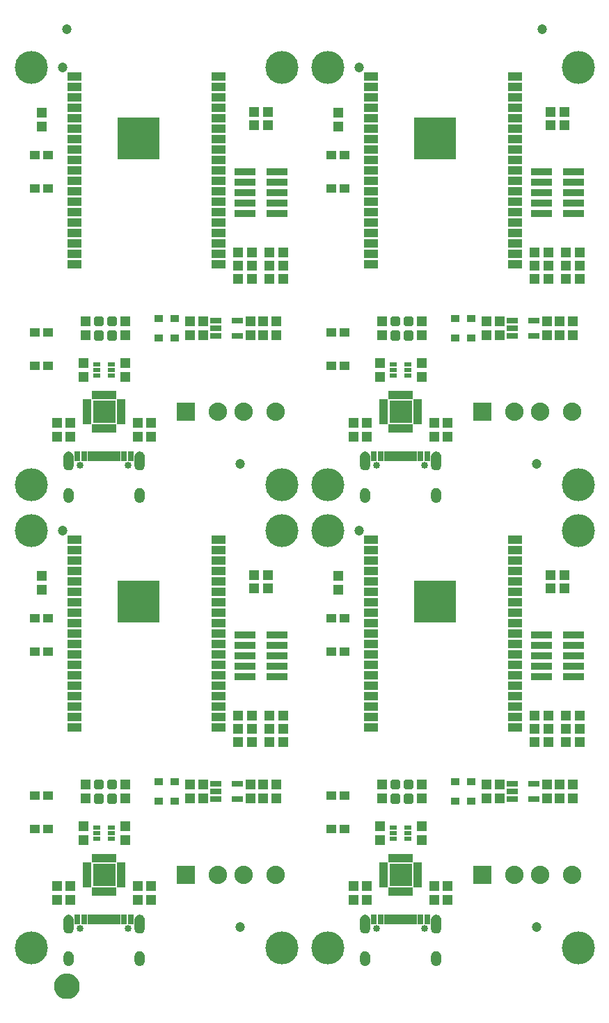
<source format=gts>
G04 EAGLE Gerber RS-274X export*
G75*
%MOMM*%
%FSLAX34Y34*%
%LPD*%
%INSoldermask Top*%
%IPPOS*%
%AMOC8*
5,1,8,0,0,1.08239X$1,22.5*%
G01*
%ADD10R,1.703200X1.103200*%
%ADD11R,5.203200X5.203200*%
%ADD12R,1.203200X1.303200*%
%ADD13R,1.303200X1.203200*%
%ADD14C,0.505344*%
%ADD15R,1.203200X1.103200*%
%ADD16R,0.503200X1.203200*%
%ADD17R,0.803200X1.203200*%
%ADD18C,0.853200*%
%ADD19R,1.403200X0.753200*%
%ADD20R,1.033200X0.833200*%
%ADD21R,2.603200X0.963200*%
%ADD22R,0.863200X0.503200*%
%ADD23R,1.053200X0.503200*%
%ADD24R,0.503200X1.053200*%
%ADD25R,2.753200X2.753200*%
%ADD26C,4.013200*%
%ADD27C,1.203200*%
%ADD28R,2.235200X2.235200*%
%ADD29C,2.235200*%
%ADD30C,1.270000*%
%ADD31C,1.703200*%

G36*
X519464Y606763D02*
X519464Y606763D01*
X519470Y606769D01*
X519475Y606765D01*
X520705Y607130D01*
X520710Y607137D01*
X520715Y607135D01*
X521834Y607765D01*
X521837Y607772D01*
X521843Y607771D01*
X522793Y608634D01*
X522794Y608642D01*
X522800Y608642D01*
X523534Y609695D01*
X523534Y609703D01*
X523539Y609705D01*
X524021Y610895D01*
X524019Y610900D01*
X524023Y610903D01*
X524022Y610904D01*
X524024Y610905D01*
X524229Y612172D01*
X524226Y612177D01*
X524229Y612180D01*
X524229Y624180D01*
X524226Y624184D01*
X524229Y624187D01*
X524074Y625309D01*
X524069Y625314D01*
X524072Y625318D01*
X523701Y626389D01*
X523695Y626393D01*
X523697Y626398D01*
X523124Y627375D01*
X523118Y627378D01*
X523119Y627383D01*
X522366Y628230D01*
X522359Y628232D01*
X522359Y628237D01*
X521456Y628921D01*
X521449Y628921D01*
X521448Y628926D01*
X520429Y629421D01*
X520422Y629419D01*
X520420Y629424D01*
X519323Y629711D01*
X519317Y629708D01*
X519314Y629712D01*
X518183Y629779D01*
X518177Y629779D01*
X517046Y629712D01*
X517041Y629707D01*
X517037Y629711D01*
X515940Y629424D01*
X515936Y629418D01*
X515931Y629421D01*
X514912Y628926D01*
X514909Y628920D01*
X514904Y628921D01*
X514001Y628237D01*
X513999Y628230D01*
X513994Y628230D01*
X513241Y627383D01*
X513241Y627376D01*
X513236Y627375D01*
X512663Y626398D01*
X512664Y626395D01*
X512663Y626394D01*
X512664Y626393D01*
X512664Y626391D01*
X512659Y626389D01*
X512288Y625318D01*
X512290Y625313D01*
X512287Y625311D01*
X512287Y625310D01*
X512286Y625309D01*
X512131Y624187D01*
X512134Y624182D01*
X512131Y624180D01*
X512131Y612180D01*
X512134Y612175D01*
X512131Y612172D01*
X512336Y610905D01*
X512342Y610899D01*
X512339Y610895D01*
X512821Y609705D01*
X512828Y609701D01*
X512826Y609695D01*
X513560Y608642D01*
X513568Y608640D01*
X513567Y608634D01*
X514517Y607771D01*
X514526Y607770D01*
X514526Y607765D01*
X515645Y607135D01*
X515653Y607136D01*
X515655Y607130D01*
X516885Y606765D01*
X516893Y606768D01*
X516896Y606763D01*
X518177Y606681D01*
X518181Y606684D01*
X518183Y606681D01*
X519464Y606763D01*
G37*
G36*
X433064Y606763D02*
X433064Y606763D01*
X433070Y606769D01*
X433075Y606765D01*
X434305Y607130D01*
X434310Y607137D01*
X434315Y607135D01*
X435434Y607765D01*
X435437Y607772D01*
X435443Y607771D01*
X436393Y608634D01*
X436394Y608642D01*
X436400Y608642D01*
X437134Y609695D01*
X437134Y609703D01*
X437139Y609705D01*
X437621Y610895D01*
X437619Y610900D01*
X437623Y610903D01*
X437622Y610904D01*
X437624Y610905D01*
X437829Y612172D01*
X437826Y612177D01*
X437829Y612180D01*
X437829Y624180D01*
X437826Y624184D01*
X437829Y624187D01*
X437674Y625309D01*
X437669Y625314D01*
X437672Y625318D01*
X437301Y626389D01*
X437295Y626393D01*
X437297Y626398D01*
X436724Y627375D01*
X436718Y627378D01*
X436719Y627383D01*
X435966Y628230D01*
X435959Y628232D01*
X435959Y628237D01*
X435056Y628921D01*
X435049Y628921D01*
X435048Y628926D01*
X434029Y629421D01*
X434022Y629419D01*
X434020Y629424D01*
X432923Y629711D01*
X432917Y629708D01*
X432914Y629712D01*
X431783Y629779D01*
X431777Y629779D01*
X430646Y629712D01*
X430641Y629707D01*
X430637Y629711D01*
X429540Y629424D01*
X429536Y629418D01*
X429531Y629421D01*
X428512Y628926D01*
X428509Y628920D01*
X428504Y628921D01*
X427601Y628237D01*
X427599Y628230D01*
X427594Y628230D01*
X426841Y627383D01*
X426841Y627376D01*
X426836Y627375D01*
X426263Y626398D01*
X426264Y626395D01*
X426263Y626394D01*
X426264Y626393D01*
X426264Y626391D01*
X426259Y626389D01*
X425888Y625318D01*
X425890Y625313D01*
X425887Y625311D01*
X425887Y625310D01*
X425886Y625309D01*
X425731Y624187D01*
X425734Y624182D01*
X425731Y624180D01*
X425731Y612180D01*
X425734Y612175D01*
X425731Y612172D01*
X425936Y610905D01*
X425942Y610899D01*
X425939Y610895D01*
X426421Y609705D01*
X426428Y609701D01*
X426426Y609695D01*
X427160Y608642D01*
X427168Y608640D01*
X427167Y608634D01*
X428117Y607771D01*
X428126Y607770D01*
X428126Y607765D01*
X429245Y607135D01*
X429253Y607136D01*
X429255Y607130D01*
X430485Y606765D01*
X430493Y606768D01*
X430496Y606763D01*
X431777Y606681D01*
X431781Y606684D01*
X431783Y606681D01*
X433064Y606763D01*
G37*
G36*
X72384Y606763D02*
X72384Y606763D01*
X72390Y606769D01*
X72395Y606765D01*
X73625Y607130D01*
X73630Y607137D01*
X73635Y607135D01*
X74754Y607765D01*
X74757Y607772D01*
X74763Y607771D01*
X75713Y608634D01*
X75714Y608642D01*
X75720Y608642D01*
X76454Y609695D01*
X76454Y609703D01*
X76459Y609705D01*
X76941Y610895D01*
X76939Y610900D01*
X76943Y610903D01*
X76942Y610904D01*
X76944Y610905D01*
X77149Y612172D01*
X77146Y612177D01*
X77149Y612180D01*
X77149Y624180D01*
X77146Y624184D01*
X77149Y624187D01*
X76994Y625309D01*
X76989Y625314D01*
X76992Y625318D01*
X76621Y626389D01*
X76615Y626393D01*
X76617Y626398D01*
X76044Y627375D01*
X76038Y627378D01*
X76039Y627383D01*
X75286Y628230D01*
X75279Y628232D01*
X75279Y628237D01*
X74376Y628921D01*
X74369Y628921D01*
X74368Y628926D01*
X73349Y629421D01*
X73342Y629419D01*
X73340Y629424D01*
X72243Y629711D01*
X72237Y629708D01*
X72234Y629712D01*
X71103Y629779D01*
X71097Y629779D01*
X69966Y629712D01*
X69961Y629707D01*
X69957Y629711D01*
X68860Y629424D01*
X68856Y629418D01*
X68851Y629421D01*
X67832Y628926D01*
X67829Y628920D01*
X67824Y628921D01*
X66921Y628237D01*
X66919Y628230D01*
X66914Y628230D01*
X66161Y627383D01*
X66161Y627376D01*
X66156Y627375D01*
X65583Y626398D01*
X65584Y626395D01*
X65583Y626394D01*
X65584Y626393D01*
X65584Y626391D01*
X65579Y626389D01*
X65208Y625318D01*
X65210Y625313D01*
X65207Y625311D01*
X65207Y625310D01*
X65206Y625309D01*
X65051Y624187D01*
X65054Y624182D01*
X65051Y624180D01*
X65051Y612180D01*
X65054Y612175D01*
X65051Y612172D01*
X65256Y610905D01*
X65262Y610899D01*
X65259Y610895D01*
X65741Y609705D01*
X65748Y609701D01*
X65746Y609695D01*
X66480Y608642D01*
X66488Y608640D01*
X66487Y608634D01*
X67437Y607771D01*
X67446Y607770D01*
X67446Y607765D01*
X68565Y607135D01*
X68573Y607136D01*
X68575Y607130D01*
X69805Y606765D01*
X69813Y606768D01*
X69816Y606763D01*
X71097Y606681D01*
X71101Y606684D01*
X71103Y606681D01*
X72384Y606763D01*
G37*
G36*
X158784Y606763D02*
X158784Y606763D01*
X158790Y606769D01*
X158795Y606765D01*
X160025Y607130D01*
X160030Y607137D01*
X160035Y607135D01*
X161154Y607765D01*
X161157Y607772D01*
X161163Y607771D01*
X162113Y608634D01*
X162114Y608642D01*
X162120Y608642D01*
X162854Y609695D01*
X162854Y609703D01*
X162859Y609705D01*
X163341Y610895D01*
X163339Y610900D01*
X163343Y610903D01*
X163342Y610904D01*
X163344Y610905D01*
X163549Y612172D01*
X163546Y612177D01*
X163549Y612180D01*
X163549Y624180D01*
X163546Y624184D01*
X163549Y624187D01*
X163394Y625309D01*
X163389Y625314D01*
X163392Y625318D01*
X163021Y626389D01*
X163015Y626393D01*
X163017Y626398D01*
X162444Y627375D01*
X162438Y627378D01*
X162439Y627383D01*
X161686Y628230D01*
X161679Y628232D01*
X161679Y628237D01*
X160776Y628921D01*
X160769Y628921D01*
X160768Y628926D01*
X159749Y629421D01*
X159742Y629419D01*
X159740Y629424D01*
X158643Y629711D01*
X158637Y629708D01*
X158634Y629712D01*
X157503Y629779D01*
X157497Y629779D01*
X156366Y629712D01*
X156361Y629707D01*
X156357Y629711D01*
X155260Y629424D01*
X155256Y629418D01*
X155251Y629421D01*
X154232Y628926D01*
X154229Y628920D01*
X154224Y628921D01*
X153321Y628237D01*
X153319Y628230D01*
X153314Y628230D01*
X152561Y627383D01*
X152561Y627376D01*
X152556Y627375D01*
X151983Y626398D01*
X151984Y626395D01*
X151983Y626394D01*
X151984Y626393D01*
X151984Y626391D01*
X151979Y626389D01*
X151608Y625318D01*
X151610Y625313D01*
X151607Y625311D01*
X151607Y625310D01*
X151606Y625309D01*
X151451Y624187D01*
X151454Y624182D01*
X151451Y624180D01*
X151451Y612180D01*
X151454Y612175D01*
X151451Y612172D01*
X151656Y610905D01*
X151662Y610899D01*
X151659Y610895D01*
X152141Y609705D01*
X152148Y609701D01*
X152146Y609695D01*
X152880Y608642D01*
X152888Y608640D01*
X152887Y608634D01*
X153837Y607771D01*
X153846Y607770D01*
X153846Y607765D01*
X154965Y607135D01*
X154973Y607136D01*
X154975Y607130D01*
X156205Y606765D01*
X156213Y606768D01*
X156216Y606763D01*
X157497Y606681D01*
X157501Y606684D01*
X157503Y606681D01*
X158784Y606763D01*
G37*
G36*
X433064Y42883D02*
X433064Y42883D01*
X433070Y42889D01*
X433075Y42885D01*
X434305Y43250D01*
X434310Y43257D01*
X434315Y43255D01*
X435434Y43885D01*
X435437Y43892D01*
X435443Y43891D01*
X436393Y44754D01*
X436394Y44762D01*
X436400Y44762D01*
X437134Y45815D01*
X437134Y45823D01*
X437139Y45825D01*
X437621Y47015D01*
X437619Y47020D01*
X437623Y47023D01*
X437622Y47024D01*
X437624Y47025D01*
X437829Y48292D01*
X437826Y48297D01*
X437829Y48300D01*
X437829Y60300D01*
X437826Y60304D01*
X437829Y60307D01*
X437674Y61429D01*
X437669Y61434D01*
X437672Y61438D01*
X437301Y62509D01*
X437295Y62513D01*
X437297Y62518D01*
X436724Y63495D01*
X436718Y63498D01*
X436719Y63503D01*
X435966Y64350D01*
X435959Y64352D01*
X435959Y64357D01*
X435056Y65041D01*
X435049Y65041D01*
X435048Y65046D01*
X434029Y65541D01*
X434022Y65539D01*
X434020Y65544D01*
X432923Y65831D01*
X432917Y65828D01*
X432914Y65832D01*
X431783Y65899D01*
X431777Y65899D01*
X430646Y65832D01*
X430641Y65827D01*
X430637Y65831D01*
X429540Y65544D01*
X429536Y65538D01*
X429531Y65541D01*
X428512Y65046D01*
X428509Y65040D01*
X428504Y65041D01*
X427601Y64357D01*
X427599Y64350D01*
X427594Y64350D01*
X426841Y63503D01*
X426841Y63496D01*
X426836Y63495D01*
X426263Y62518D01*
X426264Y62515D01*
X426263Y62514D01*
X426264Y62513D01*
X426264Y62511D01*
X426259Y62509D01*
X425888Y61438D01*
X425890Y61433D01*
X425887Y61431D01*
X425887Y61430D01*
X425886Y61429D01*
X425731Y60307D01*
X425734Y60302D01*
X425731Y60300D01*
X425731Y48300D01*
X425734Y48295D01*
X425731Y48292D01*
X425936Y47025D01*
X425942Y47019D01*
X425939Y47015D01*
X426421Y45825D01*
X426428Y45821D01*
X426426Y45815D01*
X427160Y44762D01*
X427168Y44760D01*
X427167Y44754D01*
X428117Y43891D01*
X428126Y43890D01*
X428126Y43885D01*
X429245Y43255D01*
X429253Y43256D01*
X429255Y43250D01*
X430485Y42885D01*
X430493Y42888D01*
X430496Y42883D01*
X431777Y42801D01*
X431781Y42804D01*
X431783Y42801D01*
X433064Y42883D01*
G37*
G36*
X158784Y42883D02*
X158784Y42883D01*
X158790Y42889D01*
X158795Y42885D01*
X160025Y43250D01*
X160030Y43257D01*
X160035Y43255D01*
X161154Y43885D01*
X161157Y43892D01*
X161163Y43891D01*
X162113Y44754D01*
X162114Y44762D01*
X162120Y44762D01*
X162854Y45815D01*
X162854Y45823D01*
X162859Y45825D01*
X163341Y47015D01*
X163339Y47020D01*
X163343Y47023D01*
X163342Y47024D01*
X163344Y47025D01*
X163549Y48292D01*
X163546Y48297D01*
X163549Y48300D01*
X163549Y60300D01*
X163546Y60304D01*
X163549Y60307D01*
X163394Y61429D01*
X163389Y61434D01*
X163392Y61438D01*
X163021Y62509D01*
X163015Y62513D01*
X163017Y62518D01*
X162444Y63495D01*
X162438Y63498D01*
X162439Y63503D01*
X161686Y64350D01*
X161679Y64352D01*
X161679Y64357D01*
X160776Y65041D01*
X160769Y65041D01*
X160768Y65046D01*
X159749Y65541D01*
X159742Y65539D01*
X159740Y65544D01*
X158643Y65831D01*
X158637Y65828D01*
X158634Y65832D01*
X157503Y65899D01*
X157497Y65899D01*
X156366Y65832D01*
X156361Y65827D01*
X156357Y65831D01*
X155260Y65544D01*
X155256Y65538D01*
X155251Y65541D01*
X154232Y65046D01*
X154229Y65040D01*
X154224Y65041D01*
X153321Y64357D01*
X153319Y64350D01*
X153314Y64350D01*
X152561Y63503D01*
X152561Y63496D01*
X152556Y63495D01*
X151983Y62518D01*
X151984Y62515D01*
X151983Y62514D01*
X151984Y62513D01*
X151984Y62511D01*
X151979Y62509D01*
X151608Y61438D01*
X151610Y61433D01*
X151607Y61431D01*
X151607Y61430D01*
X151606Y61429D01*
X151451Y60307D01*
X151454Y60302D01*
X151451Y60300D01*
X151451Y48300D01*
X151454Y48295D01*
X151451Y48292D01*
X151656Y47025D01*
X151662Y47019D01*
X151659Y47015D01*
X152141Y45825D01*
X152148Y45821D01*
X152146Y45815D01*
X152880Y44762D01*
X152888Y44760D01*
X152887Y44754D01*
X153837Y43891D01*
X153846Y43890D01*
X153846Y43885D01*
X154965Y43255D01*
X154973Y43256D01*
X154975Y43250D01*
X156205Y42885D01*
X156213Y42888D01*
X156216Y42883D01*
X157497Y42801D01*
X157501Y42804D01*
X157503Y42801D01*
X158784Y42883D01*
G37*
G36*
X519464Y42883D02*
X519464Y42883D01*
X519470Y42889D01*
X519475Y42885D01*
X520705Y43250D01*
X520710Y43257D01*
X520715Y43255D01*
X521834Y43885D01*
X521837Y43892D01*
X521843Y43891D01*
X522793Y44754D01*
X522794Y44762D01*
X522800Y44762D01*
X523534Y45815D01*
X523534Y45823D01*
X523539Y45825D01*
X524021Y47015D01*
X524019Y47020D01*
X524023Y47023D01*
X524022Y47024D01*
X524024Y47025D01*
X524229Y48292D01*
X524226Y48297D01*
X524229Y48300D01*
X524229Y60300D01*
X524226Y60304D01*
X524229Y60307D01*
X524074Y61429D01*
X524069Y61434D01*
X524072Y61438D01*
X523701Y62509D01*
X523695Y62513D01*
X523697Y62518D01*
X523124Y63495D01*
X523118Y63498D01*
X523119Y63503D01*
X522366Y64350D01*
X522359Y64352D01*
X522359Y64357D01*
X521456Y65041D01*
X521449Y65041D01*
X521448Y65046D01*
X520429Y65541D01*
X520422Y65539D01*
X520420Y65544D01*
X519323Y65831D01*
X519317Y65828D01*
X519314Y65832D01*
X518183Y65899D01*
X518177Y65899D01*
X517046Y65832D01*
X517041Y65827D01*
X517037Y65831D01*
X515940Y65544D01*
X515936Y65538D01*
X515931Y65541D01*
X514912Y65046D01*
X514909Y65040D01*
X514904Y65041D01*
X514001Y64357D01*
X513999Y64350D01*
X513994Y64350D01*
X513241Y63503D01*
X513241Y63496D01*
X513236Y63495D01*
X512663Y62518D01*
X512664Y62515D01*
X512663Y62514D01*
X512664Y62513D01*
X512664Y62511D01*
X512659Y62509D01*
X512288Y61438D01*
X512290Y61433D01*
X512287Y61431D01*
X512287Y61430D01*
X512286Y61429D01*
X512131Y60307D01*
X512134Y60302D01*
X512131Y60300D01*
X512131Y48300D01*
X512134Y48295D01*
X512131Y48292D01*
X512336Y47025D01*
X512342Y47019D01*
X512339Y47015D01*
X512821Y45825D01*
X512828Y45821D01*
X512826Y45815D01*
X513560Y44762D01*
X513568Y44760D01*
X513567Y44754D01*
X514517Y43891D01*
X514526Y43890D01*
X514526Y43885D01*
X515645Y43255D01*
X515653Y43256D01*
X515655Y43250D01*
X516885Y42885D01*
X516893Y42888D01*
X516896Y42883D01*
X518177Y42801D01*
X518181Y42804D01*
X518183Y42801D01*
X519464Y42883D01*
G37*
G36*
X72384Y42883D02*
X72384Y42883D01*
X72390Y42889D01*
X72395Y42885D01*
X73625Y43250D01*
X73630Y43257D01*
X73635Y43255D01*
X74754Y43885D01*
X74757Y43892D01*
X74763Y43891D01*
X75713Y44754D01*
X75714Y44762D01*
X75720Y44762D01*
X76454Y45815D01*
X76454Y45823D01*
X76459Y45825D01*
X76941Y47015D01*
X76939Y47020D01*
X76943Y47023D01*
X76942Y47024D01*
X76944Y47025D01*
X77149Y48292D01*
X77146Y48297D01*
X77149Y48300D01*
X77149Y60300D01*
X77146Y60304D01*
X77149Y60307D01*
X76994Y61429D01*
X76989Y61434D01*
X76992Y61438D01*
X76621Y62509D01*
X76615Y62513D01*
X76617Y62518D01*
X76044Y63495D01*
X76038Y63498D01*
X76039Y63503D01*
X75286Y64350D01*
X75279Y64352D01*
X75279Y64357D01*
X74376Y65041D01*
X74369Y65041D01*
X74368Y65046D01*
X73349Y65541D01*
X73342Y65539D01*
X73340Y65544D01*
X72243Y65831D01*
X72237Y65828D01*
X72234Y65832D01*
X71103Y65899D01*
X71097Y65899D01*
X69966Y65832D01*
X69961Y65827D01*
X69957Y65831D01*
X68860Y65544D01*
X68856Y65538D01*
X68851Y65541D01*
X67832Y65046D01*
X67829Y65040D01*
X67824Y65041D01*
X66921Y64357D01*
X66919Y64350D01*
X66914Y64350D01*
X66161Y63503D01*
X66161Y63496D01*
X66156Y63495D01*
X65583Y62518D01*
X65584Y62515D01*
X65583Y62514D01*
X65584Y62513D01*
X65584Y62511D01*
X65579Y62509D01*
X65208Y61438D01*
X65210Y61433D01*
X65207Y61431D01*
X65207Y61430D01*
X65206Y61429D01*
X65051Y60307D01*
X65054Y60302D01*
X65051Y60300D01*
X65051Y48300D01*
X65054Y48295D01*
X65051Y48292D01*
X65256Y47025D01*
X65262Y47019D01*
X65259Y47015D01*
X65741Y45825D01*
X65748Y45821D01*
X65746Y45815D01*
X66480Y44762D01*
X66488Y44760D01*
X66487Y44754D01*
X67437Y43891D01*
X67446Y43890D01*
X67446Y43885D01*
X68565Y43255D01*
X68573Y43256D01*
X68575Y43250D01*
X69805Y42885D01*
X69813Y42888D01*
X69816Y42883D01*
X71097Y42801D01*
X71101Y42804D01*
X71103Y42801D01*
X72384Y42883D01*
G37*
G36*
X432951Y567491D02*
X432951Y567491D01*
X432956Y567496D01*
X432960Y567493D01*
X434083Y567828D01*
X434087Y567834D01*
X434091Y567832D01*
X435127Y568380D01*
X435130Y568386D01*
X435135Y568385D01*
X436043Y569124D01*
X436045Y569131D01*
X436050Y569131D01*
X436797Y570033D01*
X436797Y570041D01*
X436803Y570041D01*
X437359Y571072D01*
X437358Y571079D01*
X437363Y571081D01*
X437707Y572200D01*
X437705Y572207D01*
X437709Y572210D01*
X437829Y573375D01*
X437827Y573378D01*
X437829Y573380D01*
X437829Y579380D01*
X437827Y579383D01*
X437829Y579385D01*
X437718Y580561D01*
X437713Y580566D01*
X437716Y580570D01*
X437378Y581702D01*
X437372Y581706D01*
X437374Y581711D01*
X436822Y582755D01*
X436815Y582758D01*
X436817Y582763D01*
X436071Y583679D01*
X436064Y583680D01*
X436064Y583686D01*
X435155Y584439D01*
X435147Y584439D01*
X435147Y584444D01*
X434107Y585005D01*
X434100Y585004D01*
X434098Y585009D01*
X432969Y585356D01*
X432963Y585354D01*
X432960Y585358D01*
X431785Y585479D01*
X431778Y585475D01*
X431774Y585479D01*
X430434Y585322D01*
X430428Y585317D01*
X430423Y585320D01*
X429152Y584869D01*
X429147Y584862D01*
X429142Y584864D01*
X428003Y584142D01*
X428000Y584134D01*
X427994Y584135D01*
X427044Y583177D01*
X427043Y583169D01*
X427037Y583168D01*
X426324Y582023D01*
X426325Y582015D01*
X426319Y582013D01*
X425879Y580737D01*
X425881Y580730D01*
X425877Y580727D01*
X425731Y579385D01*
X425733Y579382D01*
X425731Y579380D01*
X425731Y573380D01*
X425733Y573377D01*
X425731Y573374D01*
X425886Y572045D01*
X425892Y572039D01*
X425889Y572035D01*
X426336Y570774D01*
X426343Y570769D01*
X426341Y570764D01*
X427058Y569634D01*
X427065Y569631D01*
X427064Y569625D01*
X428015Y568683D01*
X428023Y568682D01*
X428023Y568676D01*
X429159Y567969D01*
X429167Y567970D01*
X429169Y567964D01*
X430434Y567528D01*
X430439Y567529D01*
X430440Y567529D01*
X430443Y567529D01*
X430445Y567525D01*
X431775Y567381D01*
X431781Y567385D01*
X431785Y567381D01*
X432951Y567491D01*
G37*
G36*
X158671Y567491D02*
X158671Y567491D01*
X158676Y567496D01*
X158680Y567493D01*
X159803Y567828D01*
X159807Y567834D01*
X159811Y567832D01*
X160847Y568380D01*
X160850Y568386D01*
X160855Y568385D01*
X161763Y569124D01*
X161765Y569131D01*
X161770Y569131D01*
X162517Y570033D01*
X162517Y570041D01*
X162523Y570041D01*
X163079Y571072D01*
X163078Y571079D01*
X163083Y571081D01*
X163427Y572200D01*
X163425Y572207D01*
X163429Y572210D01*
X163549Y573375D01*
X163547Y573378D01*
X163549Y573380D01*
X163549Y579380D01*
X163547Y579383D01*
X163549Y579385D01*
X163438Y580561D01*
X163433Y580566D01*
X163436Y580570D01*
X163098Y581702D01*
X163092Y581706D01*
X163094Y581711D01*
X162542Y582755D01*
X162535Y582758D01*
X162537Y582763D01*
X161791Y583679D01*
X161784Y583680D01*
X161784Y583686D01*
X160875Y584439D01*
X160867Y584439D01*
X160867Y584444D01*
X159827Y585005D01*
X159820Y585004D01*
X159818Y585009D01*
X158689Y585356D01*
X158683Y585354D01*
X158680Y585358D01*
X157505Y585479D01*
X157498Y585475D01*
X157494Y585479D01*
X156154Y585322D01*
X156148Y585317D01*
X156143Y585320D01*
X154872Y584869D01*
X154867Y584862D01*
X154862Y584864D01*
X153723Y584142D01*
X153720Y584134D01*
X153714Y584135D01*
X152764Y583177D01*
X152763Y583169D01*
X152757Y583168D01*
X152044Y582023D01*
X152045Y582015D01*
X152039Y582013D01*
X151599Y580737D01*
X151601Y580730D01*
X151597Y580727D01*
X151451Y579385D01*
X151453Y579382D01*
X151451Y579380D01*
X151451Y573380D01*
X151453Y573377D01*
X151451Y573374D01*
X151606Y572045D01*
X151612Y572039D01*
X151609Y572035D01*
X152056Y570774D01*
X152063Y570769D01*
X152061Y570764D01*
X152778Y569634D01*
X152785Y569631D01*
X152784Y569625D01*
X153735Y568683D01*
X153743Y568682D01*
X153743Y568676D01*
X154879Y567969D01*
X154887Y567970D01*
X154889Y567964D01*
X156154Y567528D01*
X156159Y567529D01*
X156160Y567529D01*
X156163Y567529D01*
X156165Y567525D01*
X157495Y567381D01*
X157501Y567385D01*
X157505Y567381D01*
X158671Y567491D01*
G37*
G36*
X519351Y567491D02*
X519351Y567491D01*
X519356Y567496D01*
X519360Y567493D01*
X520483Y567828D01*
X520487Y567834D01*
X520491Y567832D01*
X521527Y568380D01*
X521530Y568386D01*
X521535Y568385D01*
X522443Y569124D01*
X522445Y569131D01*
X522450Y569131D01*
X523197Y570033D01*
X523197Y570041D01*
X523203Y570041D01*
X523759Y571072D01*
X523758Y571079D01*
X523763Y571081D01*
X524107Y572200D01*
X524105Y572207D01*
X524109Y572210D01*
X524229Y573375D01*
X524227Y573378D01*
X524229Y573380D01*
X524229Y579380D01*
X524227Y579383D01*
X524229Y579385D01*
X524118Y580561D01*
X524113Y580566D01*
X524116Y580570D01*
X523778Y581702D01*
X523772Y581706D01*
X523774Y581711D01*
X523222Y582755D01*
X523215Y582758D01*
X523217Y582763D01*
X522471Y583679D01*
X522464Y583680D01*
X522464Y583686D01*
X521555Y584439D01*
X521547Y584439D01*
X521547Y584444D01*
X520507Y585005D01*
X520500Y585004D01*
X520498Y585009D01*
X519369Y585356D01*
X519363Y585354D01*
X519360Y585358D01*
X518185Y585479D01*
X518178Y585475D01*
X518174Y585479D01*
X516834Y585322D01*
X516828Y585317D01*
X516823Y585320D01*
X515552Y584869D01*
X515547Y584862D01*
X515542Y584864D01*
X514403Y584142D01*
X514400Y584134D01*
X514394Y584135D01*
X513444Y583177D01*
X513443Y583169D01*
X513437Y583168D01*
X512724Y582023D01*
X512725Y582015D01*
X512719Y582013D01*
X512279Y580737D01*
X512281Y580730D01*
X512277Y580727D01*
X512131Y579385D01*
X512133Y579382D01*
X512131Y579380D01*
X512131Y573380D01*
X512133Y573377D01*
X512131Y573374D01*
X512286Y572045D01*
X512292Y572039D01*
X512289Y572035D01*
X512736Y570774D01*
X512743Y570769D01*
X512741Y570764D01*
X513458Y569634D01*
X513465Y569631D01*
X513464Y569625D01*
X514415Y568683D01*
X514423Y568682D01*
X514423Y568676D01*
X515559Y567969D01*
X515567Y567970D01*
X515569Y567964D01*
X516834Y567528D01*
X516839Y567529D01*
X516840Y567529D01*
X516843Y567529D01*
X516845Y567525D01*
X518175Y567381D01*
X518181Y567385D01*
X518185Y567381D01*
X519351Y567491D01*
G37*
G36*
X72271Y567491D02*
X72271Y567491D01*
X72276Y567496D01*
X72280Y567493D01*
X73403Y567828D01*
X73407Y567834D01*
X73411Y567832D01*
X74447Y568380D01*
X74450Y568386D01*
X74455Y568385D01*
X75363Y569124D01*
X75365Y569131D01*
X75370Y569131D01*
X76117Y570033D01*
X76117Y570041D01*
X76123Y570041D01*
X76679Y571072D01*
X76678Y571079D01*
X76683Y571081D01*
X77027Y572200D01*
X77025Y572207D01*
X77029Y572210D01*
X77149Y573375D01*
X77147Y573378D01*
X77149Y573380D01*
X77149Y579380D01*
X77147Y579383D01*
X77149Y579385D01*
X77038Y580561D01*
X77033Y580566D01*
X77036Y580570D01*
X76698Y581702D01*
X76692Y581706D01*
X76694Y581711D01*
X76142Y582755D01*
X76135Y582758D01*
X76137Y582763D01*
X75391Y583679D01*
X75384Y583680D01*
X75384Y583686D01*
X74475Y584439D01*
X74467Y584439D01*
X74467Y584444D01*
X73427Y585005D01*
X73420Y585004D01*
X73418Y585009D01*
X72289Y585356D01*
X72283Y585354D01*
X72280Y585358D01*
X71105Y585479D01*
X71098Y585475D01*
X71094Y585479D01*
X69754Y585322D01*
X69748Y585317D01*
X69743Y585320D01*
X68472Y584869D01*
X68467Y584862D01*
X68462Y584864D01*
X67323Y584142D01*
X67320Y584134D01*
X67314Y584135D01*
X66364Y583177D01*
X66363Y583169D01*
X66357Y583168D01*
X65644Y582023D01*
X65645Y582015D01*
X65639Y582013D01*
X65199Y580737D01*
X65201Y580730D01*
X65197Y580727D01*
X65051Y579385D01*
X65053Y579382D01*
X65051Y579380D01*
X65051Y573380D01*
X65053Y573377D01*
X65051Y573374D01*
X65206Y572045D01*
X65212Y572039D01*
X65209Y572035D01*
X65656Y570774D01*
X65663Y570769D01*
X65661Y570764D01*
X66378Y569634D01*
X66385Y569631D01*
X66384Y569625D01*
X67335Y568683D01*
X67343Y568682D01*
X67343Y568676D01*
X68479Y567969D01*
X68487Y567970D01*
X68489Y567964D01*
X69754Y567528D01*
X69759Y567529D01*
X69760Y567529D01*
X69763Y567529D01*
X69765Y567525D01*
X71095Y567381D01*
X71101Y567385D01*
X71105Y567381D01*
X72271Y567491D01*
G37*
G36*
X432951Y3611D02*
X432951Y3611D01*
X432956Y3616D01*
X432960Y3613D01*
X434083Y3948D01*
X434087Y3954D01*
X434091Y3952D01*
X435127Y4500D01*
X435130Y4506D01*
X435135Y4505D01*
X436043Y5244D01*
X436045Y5251D01*
X436050Y5251D01*
X436797Y6153D01*
X436797Y6161D01*
X436803Y6161D01*
X437359Y7192D01*
X437358Y7199D01*
X437363Y7201D01*
X437707Y8320D01*
X437705Y8327D01*
X437709Y8330D01*
X437829Y9495D01*
X437827Y9498D01*
X437829Y9500D01*
X437829Y15500D01*
X437827Y15503D01*
X437829Y15505D01*
X437718Y16681D01*
X437713Y16686D01*
X437716Y16690D01*
X437378Y17822D01*
X437372Y17826D01*
X437374Y17831D01*
X436822Y18875D01*
X436815Y18878D01*
X436817Y18883D01*
X436071Y19799D01*
X436064Y19800D01*
X436064Y19806D01*
X435155Y20559D01*
X435147Y20559D01*
X435147Y20564D01*
X434107Y21125D01*
X434100Y21124D01*
X434098Y21129D01*
X432969Y21476D01*
X432963Y21474D01*
X432960Y21478D01*
X431785Y21599D01*
X431778Y21595D01*
X431774Y21599D01*
X430434Y21442D01*
X430428Y21437D01*
X430423Y21440D01*
X429152Y20989D01*
X429147Y20982D01*
X429142Y20984D01*
X428003Y20262D01*
X428000Y20254D01*
X427994Y20255D01*
X427044Y19297D01*
X427043Y19289D01*
X427037Y19288D01*
X426324Y18143D01*
X426325Y18135D01*
X426319Y18133D01*
X425879Y16857D01*
X425881Y16850D01*
X425877Y16847D01*
X425731Y15505D01*
X425733Y15502D01*
X425731Y15500D01*
X425731Y9500D01*
X425733Y9497D01*
X425731Y9494D01*
X425886Y8165D01*
X425892Y8159D01*
X425889Y8155D01*
X426336Y6894D01*
X426343Y6889D01*
X426341Y6884D01*
X427058Y5754D01*
X427065Y5751D01*
X427064Y5745D01*
X428015Y4803D01*
X428023Y4802D01*
X428023Y4796D01*
X429159Y4089D01*
X429167Y4090D01*
X429169Y4084D01*
X430434Y3648D01*
X430439Y3649D01*
X430440Y3649D01*
X430443Y3649D01*
X430445Y3645D01*
X431775Y3501D01*
X431781Y3505D01*
X431785Y3501D01*
X432951Y3611D01*
G37*
G36*
X519351Y3611D02*
X519351Y3611D01*
X519356Y3616D01*
X519360Y3613D01*
X520483Y3948D01*
X520487Y3954D01*
X520491Y3952D01*
X521527Y4500D01*
X521530Y4506D01*
X521535Y4505D01*
X522443Y5244D01*
X522445Y5251D01*
X522450Y5251D01*
X523197Y6153D01*
X523197Y6161D01*
X523203Y6161D01*
X523759Y7192D01*
X523758Y7199D01*
X523763Y7201D01*
X524107Y8320D01*
X524105Y8327D01*
X524109Y8330D01*
X524229Y9495D01*
X524227Y9498D01*
X524229Y9500D01*
X524229Y15500D01*
X524227Y15503D01*
X524229Y15505D01*
X524118Y16681D01*
X524113Y16686D01*
X524116Y16690D01*
X523778Y17822D01*
X523772Y17826D01*
X523774Y17831D01*
X523222Y18875D01*
X523215Y18878D01*
X523217Y18883D01*
X522471Y19799D01*
X522464Y19800D01*
X522464Y19806D01*
X521555Y20559D01*
X521547Y20559D01*
X521547Y20564D01*
X520507Y21125D01*
X520500Y21124D01*
X520498Y21129D01*
X519369Y21476D01*
X519363Y21474D01*
X519360Y21478D01*
X518185Y21599D01*
X518178Y21595D01*
X518174Y21599D01*
X516834Y21442D01*
X516828Y21437D01*
X516823Y21440D01*
X515552Y20989D01*
X515547Y20982D01*
X515542Y20984D01*
X514403Y20262D01*
X514400Y20254D01*
X514394Y20255D01*
X513444Y19297D01*
X513443Y19289D01*
X513437Y19288D01*
X512724Y18143D01*
X512725Y18135D01*
X512719Y18133D01*
X512279Y16857D01*
X512281Y16850D01*
X512277Y16847D01*
X512131Y15505D01*
X512133Y15502D01*
X512131Y15500D01*
X512131Y9500D01*
X512133Y9497D01*
X512131Y9494D01*
X512286Y8165D01*
X512292Y8159D01*
X512289Y8155D01*
X512736Y6894D01*
X512743Y6889D01*
X512741Y6884D01*
X513458Y5754D01*
X513465Y5751D01*
X513464Y5745D01*
X514415Y4803D01*
X514423Y4802D01*
X514423Y4796D01*
X515559Y4089D01*
X515567Y4090D01*
X515569Y4084D01*
X516834Y3648D01*
X516839Y3649D01*
X516840Y3649D01*
X516843Y3649D01*
X516845Y3645D01*
X518175Y3501D01*
X518181Y3505D01*
X518185Y3501D01*
X519351Y3611D01*
G37*
G36*
X72271Y3611D02*
X72271Y3611D01*
X72276Y3616D01*
X72280Y3613D01*
X73403Y3948D01*
X73407Y3954D01*
X73411Y3952D01*
X74447Y4500D01*
X74450Y4506D01*
X74455Y4505D01*
X75363Y5244D01*
X75365Y5251D01*
X75370Y5251D01*
X76117Y6153D01*
X76117Y6161D01*
X76123Y6161D01*
X76679Y7192D01*
X76678Y7199D01*
X76683Y7201D01*
X77027Y8320D01*
X77025Y8327D01*
X77029Y8330D01*
X77149Y9495D01*
X77147Y9498D01*
X77149Y9500D01*
X77149Y15500D01*
X77147Y15503D01*
X77149Y15505D01*
X77038Y16681D01*
X77033Y16686D01*
X77036Y16690D01*
X76698Y17822D01*
X76692Y17826D01*
X76694Y17831D01*
X76142Y18875D01*
X76135Y18878D01*
X76137Y18883D01*
X75391Y19799D01*
X75384Y19800D01*
X75384Y19806D01*
X74475Y20559D01*
X74467Y20559D01*
X74467Y20564D01*
X73427Y21125D01*
X73420Y21124D01*
X73418Y21129D01*
X72289Y21476D01*
X72283Y21474D01*
X72280Y21478D01*
X71105Y21599D01*
X71098Y21595D01*
X71094Y21599D01*
X69754Y21442D01*
X69748Y21437D01*
X69743Y21440D01*
X68472Y20989D01*
X68467Y20982D01*
X68462Y20984D01*
X67323Y20262D01*
X67320Y20254D01*
X67314Y20255D01*
X66364Y19297D01*
X66363Y19289D01*
X66357Y19288D01*
X65644Y18143D01*
X65645Y18135D01*
X65639Y18133D01*
X65199Y16857D01*
X65201Y16850D01*
X65197Y16847D01*
X65051Y15505D01*
X65053Y15502D01*
X65051Y15500D01*
X65051Y9500D01*
X65053Y9497D01*
X65051Y9494D01*
X65206Y8165D01*
X65212Y8159D01*
X65209Y8155D01*
X65656Y6894D01*
X65663Y6889D01*
X65661Y6884D01*
X66378Y5754D01*
X66385Y5751D01*
X66384Y5745D01*
X67335Y4803D01*
X67343Y4802D01*
X67343Y4796D01*
X68479Y4089D01*
X68487Y4090D01*
X68489Y4084D01*
X69754Y3648D01*
X69759Y3649D01*
X69760Y3649D01*
X69763Y3649D01*
X69765Y3645D01*
X71095Y3501D01*
X71101Y3505D01*
X71105Y3501D01*
X72271Y3611D01*
G37*
G36*
X158671Y3611D02*
X158671Y3611D01*
X158676Y3616D01*
X158680Y3613D01*
X159803Y3948D01*
X159807Y3954D01*
X159811Y3952D01*
X160847Y4500D01*
X160850Y4506D01*
X160855Y4505D01*
X161763Y5244D01*
X161765Y5251D01*
X161770Y5251D01*
X162517Y6153D01*
X162517Y6161D01*
X162523Y6161D01*
X163079Y7192D01*
X163078Y7199D01*
X163083Y7201D01*
X163427Y8320D01*
X163425Y8327D01*
X163429Y8330D01*
X163549Y9495D01*
X163547Y9498D01*
X163549Y9500D01*
X163549Y15500D01*
X163547Y15503D01*
X163549Y15505D01*
X163438Y16681D01*
X163433Y16686D01*
X163436Y16690D01*
X163098Y17822D01*
X163092Y17826D01*
X163094Y17831D01*
X162542Y18875D01*
X162535Y18878D01*
X162537Y18883D01*
X161791Y19799D01*
X161784Y19800D01*
X161784Y19806D01*
X160875Y20559D01*
X160867Y20559D01*
X160867Y20564D01*
X159827Y21125D01*
X159820Y21124D01*
X159818Y21129D01*
X158689Y21476D01*
X158683Y21474D01*
X158680Y21478D01*
X157505Y21599D01*
X157498Y21595D01*
X157494Y21599D01*
X156154Y21442D01*
X156148Y21437D01*
X156143Y21440D01*
X154872Y20989D01*
X154867Y20982D01*
X154862Y20984D01*
X153723Y20262D01*
X153720Y20254D01*
X153714Y20255D01*
X152764Y19297D01*
X152763Y19289D01*
X152757Y19288D01*
X152044Y18143D01*
X152045Y18135D01*
X152039Y18133D01*
X151599Y16857D01*
X151601Y16850D01*
X151597Y16847D01*
X151451Y15505D01*
X151453Y15502D01*
X151451Y15500D01*
X151451Y9500D01*
X151453Y9497D01*
X151451Y9494D01*
X151606Y8165D01*
X151612Y8159D01*
X151609Y8155D01*
X152056Y6894D01*
X152063Y6889D01*
X152061Y6884D01*
X152778Y5754D01*
X152785Y5751D01*
X152784Y5745D01*
X153735Y4803D01*
X153743Y4802D01*
X153743Y4796D01*
X154879Y4089D01*
X154887Y4090D01*
X154889Y4084D01*
X156154Y3648D01*
X156159Y3649D01*
X156160Y3649D01*
X156163Y3649D01*
X156165Y3645D01*
X157495Y3501D01*
X157501Y3505D01*
X157505Y3501D01*
X158671Y3611D01*
G37*
D10*
X78700Y522500D03*
X78700Y509800D03*
X78700Y497100D03*
X78700Y484400D03*
X78700Y471700D03*
X78700Y459000D03*
X78700Y446300D03*
X78700Y433600D03*
X78700Y420900D03*
X78700Y408200D03*
X78700Y395500D03*
X78700Y382800D03*
X78700Y370100D03*
X78700Y357400D03*
X78700Y344700D03*
X78700Y332000D03*
X78700Y319300D03*
X78700Y306600D03*
X78700Y293900D03*
X253700Y293900D03*
X253700Y306600D03*
X253700Y319300D03*
X253700Y332000D03*
X253700Y344700D03*
X253700Y357400D03*
X253700Y370100D03*
X253700Y382800D03*
X253700Y395500D03*
X253700Y408200D03*
X253700Y420900D03*
X253700Y433600D03*
X253700Y446300D03*
X253700Y459000D03*
X253700Y471700D03*
X253700Y484400D03*
X253700Y497100D03*
X253700Y509800D03*
X253700Y522500D03*
D11*
X156200Y446900D03*
D12*
X38100Y461400D03*
X38100Y478400D03*
D13*
X296300Y463550D03*
X313300Y463550D03*
X296300Y479425D03*
X313300Y479425D03*
D14*
X111440Y221180D02*
X104460Y221180D01*
X104460Y228160D01*
X111440Y228160D01*
X111440Y221180D01*
X111440Y225980D02*
X104460Y225980D01*
X104460Y203640D02*
X111440Y203640D01*
X104460Y203640D02*
X104460Y210620D01*
X111440Y210620D01*
X111440Y203640D01*
X111440Y208440D02*
X104460Y208440D01*
D12*
X92075Y207400D03*
X92075Y224400D03*
D15*
X46100Y170000D03*
X30100Y170000D03*
X30100Y211000D03*
X46100Y211000D03*
X46100Y385900D03*
X30100Y385900D03*
X30100Y426900D03*
X46100Y426900D03*
D16*
X121800Y60100D03*
X116800Y60100D03*
D17*
X146550Y60100D03*
X138800Y60100D03*
D16*
X131800Y60100D03*
X126800Y60100D03*
X106800Y60100D03*
X111800Y60100D03*
D17*
X82050Y60100D03*
X89800Y60100D03*
D16*
X96800Y60100D03*
X101800Y60100D03*
D18*
X85400Y49050D03*
X143200Y49050D03*
D19*
X250524Y225400D03*
X250524Y215900D03*
X250524Y206400D03*
X276526Y206400D03*
X276526Y225400D03*
D20*
X180975Y227400D03*
X180975Y204400D03*
X200025Y227400D03*
X200025Y204400D03*
D21*
X324300Y381000D03*
X324300Y368300D03*
X324300Y355600D03*
X324300Y393700D03*
X324300Y406400D03*
X285300Y406400D03*
X285300Y393700D03*
X285300Y381000D03*
X285300Y368300D03*
X285300Y355600D03*
D12*
X219075Y207400D03*
X219075Y224400D03*
X323850Y224400D03*
X323850Y207400D03*
X234950Y207400D03*
X234950Y224400D03*
X307975Y224400D03*
X307975Y207400D03*
X292100Y224400D03*
X292100Y207400D03*
D13*
X294250Y307975D03*
X277250Y307975D03*
X294250Y292100D03*
X277250Y292100D03*
X294250Y276225D03*
X277250Y276225D03*
X315350Y276225D03*
X332350Y276225D03*
X315350Y292100D03*
X332350Y292100D03*
X315350Y307975D03*
X332350Y307975D03*
D22*
X105100Y171600D03*
X123500Y165100D03*
X123500Y158600D03*
X123500Y171600D03*
X105100Y165100D03*
X105100Y158600D03*
D12*
X139700Y173600D03*
X139700Y156600D03*
X88900Y156600D03*
X88900Y173600D03*
D23*
X93800Y101800D03*
X93800Y106800D03*
X93800Y111800D03*
X93800Y116800D03*
X93800Y121800D03*
X93800Y126800D03*
D24*
X101800Y134800D03*
X106800Y134800D03*
X111800Y134800D03*
X116800Y134800D03*
X121800Y134800D03*
X126800Y134800D03*
X126800Y93800D03*
X121800Y93800D03*
X116800Y93800D03*
X111800Y93800D03*
X106800Y93800D03*
X101800Y93800D03*
D23*
X134800Y126800D03*
X134800Y121800D03*
X134800Y116800D03*
X134800Y111800D03*
X134800Y106800D03*
X134800Y101800D03*
D25*
X114300Y114300D03*
D12*
X155575Y83575D03*
X155575Y100575D03*
X171450Y100575D03*
X171450Y83575D03*
D14*
X127315Y221180D02*
X120335Y221180D01*
X120335Y228160D01*
X127315Y228160D01*
X127315Y221180D01*
X127315Y225980D02*
X120335Y225980D01*
X120335Y203640D02*
X127315Y203640D01*
X120335Y203640D02*
X120335Y210620D01*
X127315Y210620D01*
X127315Y203640D01*
X127315Y208440D02*
X120335Y208440D01*
D12*
X139700Y207400D03*
X139700Y224400D03*
D26*
X330200Y533400D03*
X25400Y533400D03*
X330200Y25400D03*
X25400Y25400D03*
D27*
X63500Y533400D03*
X279400Y50800D03*
D12*
X57150Y100575D03*
X57150Y83575D03*
X73025Y100575D03*
X73025Y83575D03*
D28*
X214122Y114300D03*
D29*
X252678Y114300D03*
X284122Y114300D03*
X322678Y114300D03*
D10*
X439380Y522500D03*
X439380Y509800D03*
X439380Y497100D03*
X439380Y484400D03*
X439380Y471700D03*
X439380Y459000D03*
X439380Y446300D03*
X439380Y433600D03*
X439380Y420900D03*
X439380Y408200D03*
X439380Y395500D03*
X439380Y382800D03*
X439380Y370100D03*
X439380Y357400D03*
X439380Y344700D03*
X439380Y332000D03*
X439380Y319300D03*
X439380Y306600D03*
X439380Y293900D03*
X614380Y293900D03*
X614380Y306600D03*
X614380Y319300D03*
X614380Y332000D03*
X614380Y344700D03*
X614380Y357400D03*
X614380Y370100D03*
X614380Y382800D03*
X614380Y395500D03*
X614380Y408200D03*
X614380Y420900D03*
X614380Y433600D03*
X614380Y446300D03*
X614380Y459000D03*
X614380Y471700D03*
X614380Y484400D03*
X614380Y497100D03*
X614380Y509800D03*
X614380Y522500D03*
D11*
X516880Y446900D03*
D12*
X398780Y461400D03*
X398780Y478400D03*
D13*
X656980Y463550D03*
X673980Y463550D03*
X656980Y479425D03*
X673980Y479425D03*
D14*
X472120Y221180D02*
X465140Y221180D01*
X465140Y228160D01*
X472120Y228160D01*
X472120Y221180D01*
X472120Y225980D02*
X465140Y225980D01*
X465140Y203640D02*
X472120Y203640D01*
X465140Y203640D02*
X465140Y210620D01*
X472120Y210620D01*
X472120Y203640D01*
X472120Y208440D02*
X465140Y208440D01*
D12*
X452755Y207400D03*
X452755Y224400D03*
D15*
X406780Y170000D03*
X390780Y170000D03*
X390780Y211000D03*
X406780Y211000D03*
X406780Y385900D03*
X390780Y385900D03*
X390780Y426900D03*
X406780Y426900D03*
D16*
X482480Y60100D03*
X477480Y60100D03*
D17*
X507230Y60100D03*
X499480Y60100D03*
D16*
X492480Y60100D03*
X487480Y60100D03*
X467480Y60100D03*
X472480Y60100D03*
D17*
X442730Y60100D03*
X450480Y60100D03*
D16*
X457480Y60100D03*
X462480Y60100D03*
D18*
X446080Y49050D03*
X503880Y49050D03*
D19*
X611204Y225400D03*
X611204Y215900D03*
X611204Y206400D03*
X637206Y206400D03*
X637206Y225400D03*
D20*
X541655Y227400D03*
X541655Y204400D03*
X560705Y227400D03*
X560705Y204400D03*
D21*
X684980Y381000D03*
X684980Y368300D03*
X684980Y355600D03*
X684980Y393700D03*
X684980Y406400D03*
X645980Y406400D03*
X645980Y393700D03*
X645980Y381000D03*
X645980Y368300D03*
X645980Y355600D03*
D12*
X579755Y207400D03*
X579755Y224400D03*
X684530Y224400D03*
X684530Y207400D03*
X595630Y207400D03*
X595630Y224400D03*
X668655Y224400D03*
X668655Y207400D03*
X652780Y224400D03*
X652780Y207400D03*
D13*
X654930Y307975D03*
X637930Y307975D03*
X654930Y292100D03*
X637930Y292100D03*
X654930Y276225D03*
X637930Y276225D03*
X676030Y276225D03*
X693030Y276225D03*
X676030Y292100D03*
X693030Y292100D03*
X676030Y307975D03*
X693030Y307975D03*
D22*
X465780Y171600D03*
X484180Y165100D03*
X484180Y158600D03*
X484180Y171600D03*
X465780Y165100D03*
X465780Y158600D03*
D12*
X500380Y173600D03*
X500380Y156600D03*
X449580Y156600D03*
X449580Y173600D03*
D23*
X454480Y101800D03*
X454480Y106800D03*
X454480Y111800D03*
X454480Y116800D03*
X454480Y121800D03*
X454480Y126800D03*
D24*
X462480Y134800D03*
X467480Y134800D03*
X472480Y134800D03*
X477480Y134800D03*
X482480Y134800D03*
X487480Y134800D03*
X487480Y93800D03*
X482480Y93800D03*
X477480Y93800D03*
X472480Y93800D03*
X467480Y93800D03*
X462480Y93800D03*
D23*
X495480Y126800D03*
X495480Y121800D03*
X495480Y116800D03*
X495480Y111800D03*
X495480Y106800D03*
X495480Y101800D03*
D25*
X474980Y114300D03*
D12*
X516255Y83575D03*
X516255Y100575D03*
X532130Y100575D03*
X532130Y83575D03*
D14*
X487995Y221180D02*
X481015Y221180D01*
X481015Y228160D01*
X487995Y228160D01*
X487995Y221180D01*
X487995Y225980D02*
X481015Y225980D01*
X481015Y203640D02*
X487995Y203640D01*
X481015Y203640D02*
X481015Y210620D01*
X487995Y210620D01*
X487995Y203640D01*
X487995Y208440D02*
X481015Y208440D01*
D12*
X500380Y207400D03*
X500380Y224400D03*
D26*
X690880Y533400D03*
X386080Y533400D03*
X690880Y25400D03*
X386080Y25400D03*
D27*
X424180Y533400D03*
X640080Y50800D03*
D12*
X417830Y100575D03*
X417830Y83575D03*
X433705Y100575D03*
X433705Y83575D03*
D28*
X574802Y114300D03*
D29*
X613358Y114300D03*
X644802Y114300D03*
X683358Y114300D03*
D10*
X78700Y1086380D03*
X78700Y1073680D03*
X78700Y1060980D03*
X78700Y1048280D03*
X78700Y1035580D03*
X78700Y1022880D03*
X78700Y1010180D03*
X78700Y997480D03*
X78700Y984780D03*
X78700Y972080D03*
X78700Y959380D03*
X78700Y946680D03*
X78700Y933980D03*
X78700Y921280D03*
X78700Y908580D03*
X78700Y895880D03*
X78700Y883180D03*
X78700Y870480D03*
X78700Y857780D03*
X253700Y857780D03*
X253700Y870480D03*
X253700Y883180D03*
X253700Y895880D03*
X253700Y908580D03*
X253700Y921280D03*
X253700Y933980D03*
X253700Y946680D03*
X253700Y959380D03*
X253700Y972080D03*
X253700Y984780D03*
X253700Y997480D03*
X253700Y1010180D03*
X253700Y1022880D03*
X253700Y1035580D03*
X253700Y1048280D03*
X253700Y1060980D03*
X253700Y1073680D03*
X253700Y1086380D03*
D11*
X156200Y1010780D03*
D12*
X38100Y1025280D03*
X38100Y1042280D03*
D13*
X296300Y1027430D03*
X313300Y1027430D03*
X296300Y1043305D03*
X313300Y1043305D03*
D14*
X111440Y785060D02*
X104460Y785060D01*
X104460Y792040D01*
X111440Y792040D01*
X111440Y785060D01*
X111440Y789860D02*
X104460Y789860D01*
X104460Y767520D02*
X111440Y767520D01*
X104460Y767520D02*
X104460Y774500D01*
X111440Y774500D01*
X111440Y767520D01*
X111440Y772320D02*
X104460Y772320D01*
D12*
X92075Y771280D03*
X92075Y788280D03*
D15*
X46100Y733880D03*
X30100Y733880D03*
X30100Y774880D03*
X46100Y774880D03*
X46100Y949780D03*
X30100Y949780D03*
X30100Y990780D03*
X46100Y990780D03*
D16*
X121800Y623980D03*
X116800Y623980D03*
D17*
X146550Y623980D03*
X138800Y623980D03*
D16*
X131800Y623980D03*
X126800Y623980D03*
X106800Y623980D03*
X111800Y623980D03*
D17*
X82050Y623980D03*
X89800Y623980D03*
D16*
X96800Y623980D03*
X101800Y623980D03*
D18*
X85400Y612930D03*
X143200Y612930D03*
D19*
X250524Y789280D03*
X250524Y779780D03*
X250524Y770280D03*
X276526Y770280D03*
X276526Y789280D03*
D20*
X180975Y791280D03*
X180975Y768280D03*
X200025Y791280D03*
X200025Y768280D03*
D21*
X324300Y944880D03*
X324300Y932180D03*
X324300Y919480D03*
X324300Y957580D03*
X324300Y970280D03*
X285300Y970280D03*
X285300Y957580D03*
X285300Y944880D03*
X285300Y932180D03*
X285300Y919480D03*
D12*
X219075Y771280D03*
X219075Y788280D03*
X323850Y788280D03*
X323850Y771280D03*
X234950Y771280D03*
X234950Y788280D03*
X307975Y788280D03*
X307975Y771280D03*
X292100Y788280D03*
X292100Y771280D03*
D13*
X294250Y871855D03*
X277250Y871855D03*
X294250Y855980D03*
X277250Y855980D03*
X294250Y840105D03*
X277250Y840105D03*
X315350Y840105D03*
X332350Y840105D03*
X315350Y855980D03*
X332350Y855980D03*
X315350Y871855D03*
X332350Y871855D03*
D22*
X105100Y735480D03*
X123500Y728980D03*
X123500Y722480D03*
X123500Y735480D03*
X105100Y728980D03*
X105100Y722480D03*
D12*
X139700Y737480D03*
X139700Y720480D03*
X88900Y720480D03*
X88900Y737480D03*
D23*
X93800Y665680D03*
X93800Y670680D03*
X93800Y675680D03*
X93800Y680680D03*
X93800Y685680D03*
X93800Y690680D03*
D24*
X101800Y698680D03*
X106800Y698680D03*
X111800Y698680D03*
X116800Y698680D03*
X121800Y698680D03*
X126800Y698680D03*
X126800Y657680D03*
X121800Y657680D03*
X116800Y657680D03*
X111800Y657680D03*
X106800Y657680D03*
X101800Y657680D03*
D23*
X134800Y690680D03*
X134800Y685680D03*
X134800Y680680D03*
X134800Y675680D03*
X134800Y670680D03*
X134800Y665680D03*
D25*
X114300Y678180D03*
D12*
X155575Y647455D03*
X155575Y664455D03*
X171450Y664455D03*
X171450Y647455D03*
D14*
X127315Y785060D02*
X120335Y785060D01*
X120335Y792040D01*
X127315Y792040D01*
X127315Y785060D01*
X127315Y789860D02*
X120335Y789860D01*
X120335Y767520D02*
X127315Y767520D01*
X120335Y767520D02*
X120335Y774500D01*
X127315Y774500D01*
X127315Y767520D01*
X127315Y772320D02*
X120335Y772320D01*
D12*
X139700Y771280D03*
X139700Y788280D03*
D26*
X330200Y1097280D03*
X25400Y1097280D03*
X330200Y589280D03*
X25400Y589280D03*
D27*
X63500Y1097280D03*
X279400Y614680D03*
D12*
X57150Y664455D03*
X57150Y647455D03*
X73025Y664455D03*
X73025Y647455D03*
D28*
X214122Y678180D03*
D29*
X252678Y678180D03*
X284122Y678180D03*
X322678Y678180D03*
D10*
X439380Y1086380D03*
X439380Y1073680D03*
X439380Y1060980D03*
X439380Y1048280D03*
X439380Y1035580D03*
X439380Y1022880D03*
X439380Y1010180D03*
X439380Y997480D03*
X439380Y984780D03*
X439380Y972080D03*
X439380Y959380D03*
X439380Y946680D03*
X439380Y933980D03*
X439380Y921280D03*
X439380Y908580D03*
X439380Y895880D03*
X439380Y883180D03*
X439380Y870480D03*
X439380Y857780D03*
X614380Y857780D03*
X614380Y870480D03*
X614380Y883180D03*
X614380Y895880D03*
X614380Y908580D03*
X614380Y921280D03*
X614380Y933980D03*
X614380Y946680D03*
X614380Y959380D03*
X614380Y972080D03*
X614380Y984780D03*
X614380Y997480D03*
X614380Y1010180D03*
X614380Y1022880D03*
X614380Y1035580D03*
X614380Y1048280D03*
X614380Y1060980D03*
X614380Y1073680D03*
X614380Y1086380D03*
D11*
X516880Y1010780D03*
D12*
X398780Y1025280D03*
X398780Y1042280D03*
D13*
X656980Y1027430D03*
X673980Y1027430D03*
X656980Y1043305D03*
X673980Y1043305D03*
D14*
X472120Y785060D02*
X465140Y785060D01*
X465140Y792040D01*
X472120Y792040D01*
X472120Y785060D01*
X472120Y789860D02*
X465140Y789860D01*
X465140Y767520D02*
X472120Y767520D01*
X465140Y767520D02*
X465140Y774500D01*
X472120Y774500D01*
X472120Y767520D01*
X472120Y772320D02*
X465140Y772320D01*
D12*
X452755Y771280D03*
X452755Y788280D03*
D15*
X406780Y733880D03*
X390780Y733880D03*
X390780Y774880D03*
X406780Y774880D03*
X406780Y949780D03*
X390780Y949780D03*
X390780Y990780D03*
X406780Y990780D03*
D16*
X482480Y623980D03*
X477480Y623980D03*
D17*
X507230Y623980D03*
X499480Y623980D03*
D16*
X492480Y623980D03*
X487480Y623980D03*
X467480Y623980D03*
X472480Y623980D03*
D17*
X442730Y623980D03*
X450480Y623980D03*
D16*
X457480Y623980D03*
X462480Y623980D03*
D18*
X446080Y612930D03*
X503880Y612930D03*
D19*
X611204Y789280D03*
X611204Y779780D03*
X611204Y770280D03*
X637206Y770280D03*
X637206Y789280D03*
D20*
X541655Y791280D03*
X541655Y768280D03*
X560705Y791280D03*
X560705Y768280D03*
D21*
X684980Y944880D03*
X684980Y932180D03*
X684980Y919480D03*
X684980Y957580D03*
X684980Y970280D03*
X645980Y970280D03*
X645980Y957580D03*
X645980Y944880D03*
X645980Y932180D03*
X645980Y919480D03*
D12*
X579755Y771280D03*
X579755Y788280D03*
X684530Y788280D03*
X684530Y771280D03*
X595630Y771280D03*
X595630Y788280D03*
X668655Y788280D03*
X668655Y771280D03*
X652780Y788280D03*
X652780Y771280D03*
D13*
X654930Y871855D03*
X637930Y871855D03*
X654930Y855980D03*
X637930Y855980D03*
X654930Y840105D03*
X637930Y840105D03*
X676030Y840105D03*
X693030Y840105D03*
X676030Y855980D03*
X693030Y855980D03*
X676030Y871855D03*
X693030Y871855D03*
D22*
X465780Y735480D03*
X484180Y728980D03*
X484180Y722480D03*
X484180Y735480D03*
X465780Y728980D03*
X465780Y722480D03*
D12*
X500380Y737480D03*
X500380Y720480D03*
X449580Y720480D03*
X449580Y737480D03*
D23*
X454480Y665680D03*
X454480Y670680D03*
X454480Y675680D03*
X454480Y680680D03*
X454480Y685680D03*
X454480Y690680D03*
D24*
X462480Y698680D03*
X467480Y698680D03*
X472480Y698680D03*
X477480Y698680D03*
X482480Y698680D03*
X487480Y698680D03*
X487480Y657680D03*
X482480Y657680D03*
X477480Y657680D03*
X472480Y657680D03*
X467480Y657680D03*
X462480Y657680D03*
D23*
X495480Y690680D03*
X495480Y685680D03*
X495480Y680680D03*
X495480Y675680D03*
X495480Y670680D03*
X495480Y665680D03*
D25*
X474980Y678180D03*
D12*
X516255Y647455D03*
X516255Y664455D03*
X532130Y664455D03*
X532130Y647455D03*
D14*
X487995Y785060D02*
X481015Y785060D01*
X481015Y792040D01*
X487995Y792040D01*
X487995Y785060D01*
X487995Y789860D02*
X481015Y789860D01*
X481015Y767520D02*
X487995Y767520D01*
X481015Y767520D02*
X481015Y774500D01*
X487995Y774500D01*
X487995Y767520D01*
X487995Y772320D02*
X481015Y772320D01*
D12*
X500380Y771280D03*
X500380Y788280D03*
D26*
X690880Y1097280D03*
X386080Y1097280D03*
X690880Y589280D03*
X386080Y589280D03*
D27*
X424180Y1097280D03*
X640080Y614680D03*
D12*
X417830Y664455D03*
X417830Y647455D03*
X433705Y664455D03*
X433705Y647455D03*
D28*
X574802Y678180D03*
D29*
X613358Y678180D03*
X644802Y678180D03*
X683358Y678180D03*
D27*
X68580Y1143635D03*
X647065Y1143635D03*
D30*
X59525Y-20955D02*
X59528Y-20733D01*
X59536Y-20511D01*
X59550Y-20289D01*
X59569Y-20067D01*
X59593Y-19847D01*
X59623Y-19626D01*
X59658Y-19407D01*
X59699Y-19188D01*
X59745Y-18971D01*
X59796Y-18755D01*
X59853Y-18540D01*
X59915Y-18326D01*
X59982Y-18115D01*
X60054Y-17904D01*
X60132Y-17696D01*
X60214Y-17490D01*
X60302Y-17286D01*
X60394Y-17083D01*
X60492Y-16884D01*
X60594Y-16687D01*
X60701Y-16492D01*
X60813Y-16300D01*
X60930Y-16111D01*
X61051Y-15924D01*
X61177Y-15741D01*
X61307Y-15561D01*
X61442Y-15384D01*
X61580Y-15211D01*
X61723Y-15041D01*
X61871Y-14874D01*
X62022Y-14711D01*
X62177Y-14552D01*
X62336Y-14397D01*
X62499Y-14246D01*
X62666Y-14098D01*
X62836Y-13955D01*
X63009Y-13817D01*
X63186Y-13682D01*
X63366Y-13552D01*
X63549Y-13426D01*
X63736Y-13305D01*
X63925Y-13188D01*
X64117Y-13076D01*
X64312Y-12969D01*
X64509Y-12867D01*
X64708Y-12769D01*
X64911Y-12677D01*
X65115Y-12589D01*
X65321Y-12507D01*
X65529Y-12429D01*
X65740Y-12357D01*
X65951Y-12290D01*
X66165Y-12228D01*
X66380Y-12171D01*
X66596Y-12120D01*
X66813Y-12074D01*
X67032Y-12033D01*
X67251Y-11998D01*
X67472Y-11968D01*
X67692Y-11944D01*
X67914Y-11925D01*
X68136Y-11911D01*
X68358Y-11903D01*
X68580Y-11900D01*
X68802Y-11903D01*
X69024Y-11911D01*
X69246Y-11925D01*
X69468Y-11944D01*
X69688Y-11968D01*
X69909Y-11998D01*
X70128Y-12033D01*
X70347Y-12074D01*
X70564Y-12120D01*
X70780Y-12171D01*
X70995Y-12228D01*
X71209Y-12290D01*
X71420Y-12357D01*
X71631Y-12429D01*
X71839Y-12507D01*
X72045Y-12589D01*
X72249Y-12677D01*
X72452Y-12769D01*
X72651Y-12867D01*
X72848Y-12969D01*
X73043Y-13076D01*
X73235Y-13188D01*
X73424Y-13305D01*
X73611Y-13426D01*
X73794Y-13552D01*
X73974Y-13682D01*
X74151Y-13817D01*
X74324Y-13955D01*
X74494Y-14098D01*
X74661Y-14246D01*
X74824Y-14397D01*
X74983Y-14552D01*
X75138Y-14711D01*
X75289Y-14874D01*
X75437Y-15041D01*
X75580Y-15211D01*
X75718Y-15384D01*
X75853Y-15561D01*
X75983Y-15741D01*
X76109Y-15924D01*
X76230Y-16111D01*
X76347Y-16300D01*
X76459Y-16492D01*
X76566Y-16687D01*
X76668Y-16884D01*
X76766Y-17083D01*
X76858Y-17286D01*
X76946Y-17490D01*
X77028Y-17696D01*
X77106Y-17904D01*
X77178Y-18115D01*
X77245Y-18326D01*
X77307Y-18540D01*
X77364Y-18755D01*
X77415Y-18971D01*
X77461Y-19188D01*
X77502Y-19407D01*
X77537Y-19626D01*
X77567Y-19847D01*
X77591Y-20067D01*
X77610Y-20289D01*
X77624Y-20511D01*
X77632Y-20733D01*
X77635Y-20955D01*
X77632Y-21177D01*
X77624Y-21399D01*
X77610Y-21621D01*
X77591Y-21843D01*
X77567Y-22063D01*
X77537Y-22284D01*
X77502Y-22503D01*
X77461Y-22722D01*
X77415Y-22939D01*
X77364Y-23155D01*
X77307Y-23370D01*
X77245Y-23584D01*
X77178Y-23795D01*
X77106Y-24006D01*
X77028Y-24214D01*
X76946Y-24420D01*
X76858Y-24624D01*
X76766Y-24827D01*
X76668Y-25026D01*
X76566Y-25223D01*
X76459Y-25418D01*
X76347Y-25610D01*
X76230Y-25799D01*
X76109Y-25986D01*
X75983Y-26169D01*
X75853Y-26349D01*
X75718Y-26526D01*
X75580Y-26699D01*
X75437Y-26869D01*
X75289Y-27036D01*
X75138Y-27199D01*
X74983Y-27358D01*
X74824Y-27513D01*
X74661Y-27664D01*
X74494Y-27812D01*
X74324Y-27955D01*
X74151Y-28093D01*
X73974Y-28228D01*
X73794Y-28358D01*
X73611Y-28484D01*
X73424Y-28605D01*
X73235Y-28722D01*
X73043Y-28834D01*
X72848Y-28941D01*
X72651Y-29043D01*
X72452Y-29141D01*
X72249Y-29233D01*
X72045Y-29321D01*
X71839Y-29403D01*
X71631Y-29481D01*
X71420Y-29553D01*
X71209Y-29620D01*
X70995Y-29682D01*
X70780Y-29739D01*
X70564Y-29790D01*
X70347Y-29836D01*
X70128Y-29877D01*
X69909Y-29912D01*
X69688Y-29942D01*
X69468Y-29966D01*
X69246Y-29985D01*
X69024Y-29999D01*
X68802Y-30007D01*
X68580Y-30010D01*
X68358Y-30007D01*
X68136Y-29999D01*
X67914Y-29985D01*
X67692Y-29966D01*
X67472Y-29942D01*
X67251Y-29912D01*
X67032Y-29877D01*
X66813Y-29836D01*
X66596Y-29790D01*
X66380Y-29739D01*
X66165Y-29682D01*
X65951Y-29620D01*
X65740Y-29553D01*
X65529Y-29481D01*
X65321Y-29403D01*
X65115Y-29321D01*
X64911Y-29233D01*
X64708Y-29141D01*
X64509Y-29043D01*
X64312Y-28941D01*
X64117Y-28834D01*
X63925Y-28722D01*
X63736Y-28605D01*
X63549Y-28484D01*
X63366Y-28358D01*
X63186Y-28228D01*
X63009Y-28093D01*
X62836Y-27955D01*
X62666Y-27812D01*
X62499Y-27664D01*
X62336Y-27513D01*
X62177Y-27358D01*
X62022Y-27199D01*
X61871Y-27036D01*
X61723Y-26869D01*
X61580Y-26699D01*
X61442Y-26526D01*
X61307Y-26349D01*
X61177Y-26169D01*
X61051Y-25986D01*
X60930Y-25799D01*
X60813Y-25610D01*
X60701Y-25418D01*
X60594Y-25223D01*
X60492Y-25026D01*
X60394Y-24827D01*
X60302Y-24624D01*
X60214Y-24420D01*
X60132Y-24214D01*
X60054Y-24006D01*
X59982Y-23795D01*
X59915Y-23584D01*
X59853Y-23370D01*
X59796Y-23155D01*
X59745Y-22939D01*
X59699Y-22722D01*
X59658Y-22503D01*
X59623Y-22284D01*
X59593Y-22063D01*
X59569Y-21843D01*
X59550Y-21621D01*
X59536Y-21399D01*
X59528Y-21177D01*
X59525Y-20955D01*
D31*
X68580Y-20955D03*
M02*

</source>
